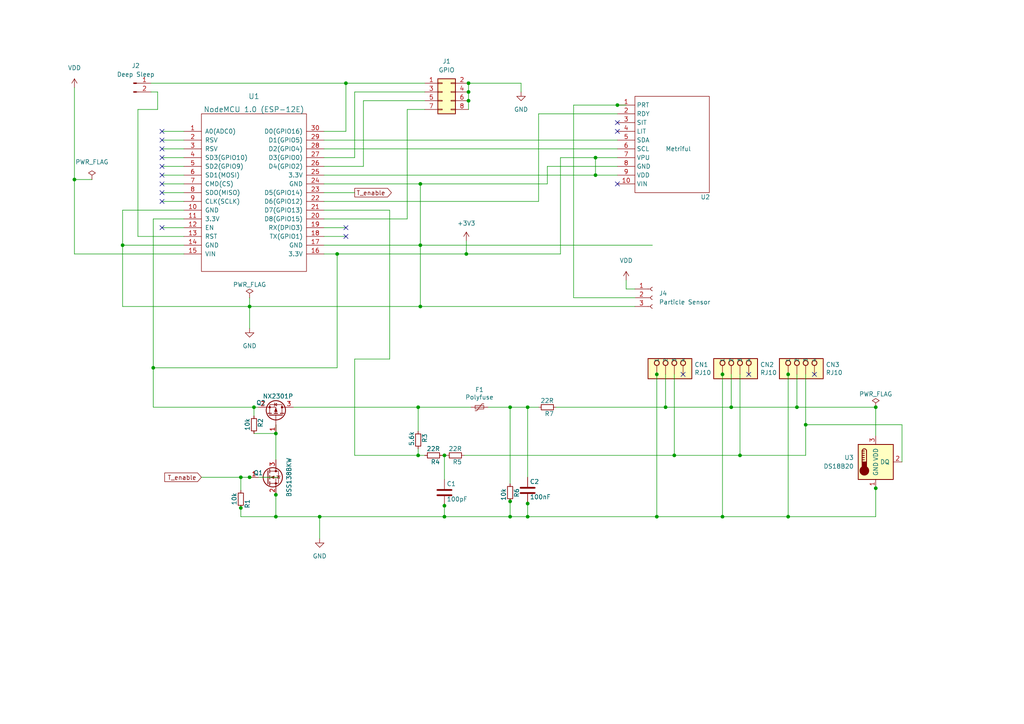
<source format=kicad_sch>
(kicad_sch (version 20230121) (generator eeschema)
  (paper "A4")
  (title_block (title "NodeMCU-Metriful") (company "Phluxus"))
  (lib_symbols
    (symbol "1wire-v0.4:Device_C" (pin_numbers hide) (pin_names (offset 0.254))
      (property "Reference" "C" (at 0.635 2.54 0))
      (property "Value" "Device_C" (at 0.635 -2.54 0))
      (symbol "Device_C_0_1"
        (polyline (pts (xy -2.032 -0.762) (xy 2.032 -0.762)) (stroke (width 0.508)))
        (polyline (pts (xy -2.032 0.762) (xy 2.032 0.762)) (stroke (width 0.508)))
      )
      (symbol "Device_C_1_1"
        (pin passive line (at 0 3.81 270) (length 2.794) (name "~") (number "1"))
        (pin passive line (at 0 -3.81 90) (length 2.794) (name "~") (number "2"))
      )
    )
    (symbol "1wire-v0.4:Device_Q_NMOS_GSD" (pin_names (offset 0) hide)
      (property "Reference" "Q" (at 5.08 1.27 0))
      (property "Value" "Device_Q_NMOS_GSD" (at 5.08 -1.27 0))
      (symbol "Device_Q_NMOS_GSD_0_1"
        (polyline (pts (xy 0.254 0) (xy -2.54 0)))
        (polyline (pts (xy 0.254 1.905) (xy 0.254 -1.905)) (stroke (width 0.254)))
        (polyline (pts (xy 0.762 -1.27) (xy 0.762 -2.286)) (stroke (width 0.254)))
        (polyline (pts (xy 0.762 0.508) (xy 0.762 -0.508)) (stroke (width 0.254)))
        (polyline (pts (xy 0.762 2.286) (xy 0.762 1.27)) (stroke (width 0.254)))
        (polyline (pts (xy 2.54 2.54) (xy 2.54 1.778)))
        (polyline (pts (xy 2.54 -2.54) (xy 2.54 0) (xy 0.762 0)))
        (polyline (pts (xy 0.762 -1.778) (xy 3.302 -1.778) (xy 3.302 1.778) (xy 0.762 1.778)))
        (polyline (pts (xy 1.016 0) (xy 2.032 0.381) (xy 2.032 -0.381) (xy 1.016 0)) (fill (type outline)))
        (polyline (pts (xy 2.794 0.508) (xy 2.921 0.381) (xy 3.683 0.381) (xy 3.81 0.254)))
        (polyline (pts (xy 3.302 0.381) (xy 2.921 -0.254) (xy 3.683 -0.254) (xy 3.302 0.381)))
        (circle (center 1.651 0) (radius 2.794) (stroke (width 0.254)))
        (circle (center 2.54 -1.778) (radius 0.254) (fill (type outline)))
        (circle (center 2.54 1.778) (radius 0.254) (fill (type outline)))
      )
      (symbol "Device_Q_NMOS_GSD_1_1"
        (pin input line (at -5.08 0 0) (length 2.54) (name "G") (number "1"))
        (pin passive line (at 2.54 -5.08 90) (length 2.54) (name "S") (number "2"))
        (pin passive line (at 2.54 5.08 270) (length 2.54) (name "D") (number "3"))
      )
    )
    (symbol "1wire-v0.4:Device_Q_PMOS_GSD" (pin_names (offset 0) hide)
      (property "Reference" "Q" (at 5.08 1.27 0))
      (property "Value" "Device_Q_PMOS_GSD" (at 5.08 -1.27 0))
      (symbol "Device_Q_PMOS_GSD_0_1"
        (polyline (pts (xy 0.254 0) (xy -2.54 0)))
        (polyline (pts (xy 0.254 1.905) (xy 0.254 -1.905)) (stroke (width 0.254)))
        (polyline (pts (xy 0.762 -1.27) (xy 0.762 -2.286)) (stroke (width 0.254)))
        (polyline (pts (xy 0.762 0.508) (xy 0.762 -0.508)) (stroke (width 0.254)))
        (polyline (pts (xy 0.762 2.286) (xy 0.762 1.27)) (stroke (width 0.254)))
        (polyline (pts (xy 2.54 2.54) (xy 2.54 1.778)))
        (polyline (pts (xy 2.54 -2.54) (xy 2.54 0) (xy 0.762 0)))
        (polyline (pts (xy 0.762 1.778) (xy 3.302 1.778) (xy 3.302 -1.778) (xy 0.762 -1.778)))
        (polyline (pts (xy 2.286 0) (xy 1.27 0.381) (xy 1.27 -0.381) (xy 2.286 0)) (fill (type outline)))
        (polyline (pts (xy 2.794 -0.508) (xy 2.921 -0.381) (xy 3.683 -0.381) (xy 3.81 -0.254)))
        (polyline (pts (xy 3.302 -0.381) (xy 2.921 0.254) (xy 3.683 0.254) (xy 3.302 -0.381)))
        (circle (center 1.651 0) (radius 2.794) (stroke (width 0.254)))
        (circle (center 2.54 -1.778) (radius 0.254) (fill (type outline)))
        (circle (center 2.54 1.778) (radius 0.254) (fill (type outline)))
      )
      (symbol "Device_Q_PMOS_GSD_1_1"
        (pin input line (at -5.08 0 0) (length 2.54) (name "G") (number "1"))
        (pin passive line (at 2.54 -5.08 90) (length 2.54) (name "S") (number "2"))
        (pin passive line (at 2.54 5.08 270) (length 2.54) (name "D") (number "3"))
      )
    )
    (symbol "1wire-v0.4:Device_R_Small" (pin_numbers hide) (pin_names (offset 0.254) hide)
      (property "Reference" "R" (at 0.762 0.508 0))
      (property "Value" "Device_R_Small" (at 0.762 -1.016 0))
      (symbol "Device_R_Small_0_1"
        (rectangle (start -0.762 1.778) (end 0.762 -1.778) (stroke (width 0.2032)))
      )
      (symbol "Device_R_Small_1_1"
        (pin passive line (at 0 2.54 270) (length 0.762) (name "~") (number "1"))
        (pin passive line (at 0 -2.54 90) (length 0.762) (name "~") (number "2"))
      )
    )
    (symbol "1wire-v0.4:Polyfuse_Small" (pin_numbers hide) (pin_names (offset 0))
      (property "Reference" "F" (at -1.905 0 90))
      (property "Value" "Polyfuse_Small" (at 1.905 0 90))
      (symbol "Polyfuse_Small_0_1"
        (rectangle (start -0.508 1.27) (end 0.508 -1.27))
        (polyline (pts (xy 0 2.54) (xy 0 -2.54)))
        (polyline (pts (xy -1.016 1.27) (xy -1.016 0.762) (xy 1.016 -0.762) (xy 1.016 -1.27)))
      )
      (symbol "Polyfuse_Small_1_1"
        (pin passive line (at 0 2.54 270) (length 0.635) (name "~") (number "1"))
        (pin passive line (at 0 -2.54 90) (length 0.635) (name "~") (number "2"))
      )
    )
    (symbol "1wire-v0.4:RJ10" (pin_numbers hide) (pin_names (offset 1.016))
      (property "Reference" "CN" (at -3.81 8.636 0))
      (property "Value" "RJ10" (at -3.81 -6.35 0))
      (symbol "RJ10_0_0"
        (rectangle (start -3.81 -5.08) (end 2.032 7.62) (stroke (width 0.254)) (fill (type background)))
        (circle (center 0.762 -2.54) (radius 0.7112) (stroke (width 0.254)))
        (circle (center 0.762 0) (radius 0.7112) (stroke (width 0.254)))
        (circle (center 0.762 2.54) (radius 0.7112) (stroke (width 0.254)))
        (circle (center 0.762 5.08) (radius 0.7112) (stroke (width 0.254)))
        (pin power_in line (at -2.54 -2.54 0) (length 2.54) (name "1") (number "1"))
        (pin power_in line (at -2.54 0 0) (length 2.54) (name "2") (number "2"))
        (pin bidirectional line (at -2.54 2.54 0) (length 2.54) (name "3") (number "3"))
        (pin bidirectional line (at -2.54 5.08 0) (length 2.54) (name "4") (number "4"))
      )
    )
    (symbol "Connector:Conn_01x02_Male" (pin_names (offset 1.016) hide)
      (property "Reference" "J" (at 0 2.54 0))
      (property "Value" "Conn_01x02_Male" (at 0 -5.08 0))
      (symbol "Conn_01x02_Male_1_1"
        (polyline (pts (xy 1.27 -2.54) (xy 0.8636 -2.54)) (stroke (width 0.1524)))
        (polyline (pts (xy 1.27 0) (xy 0.8636 0)) (stroke (width 0.1524)))
        (rectangle (start 0.8636 -2.413) (end 0 -2.667) (stroke (width 0.1524)) (fill (type outline)))
        (rectangle (start 0.8636 0.127) (end 0 -0.127) (stroke (width 0.1524)) (fill (type outline)))
        (pin passive line (at 5.08 0 180) (length 3.81) (name "Pin_1") (number "1"))
        (pin passive line (at 5.08 -2.54 180) (length 3.81) (name "Pin_2") (number "2"))
      )
    )
    (symbol "Connector:Conn_01x03_Female" (pin_names (offset 1.016) hide)
      (property "Reference" "J" (at 0 5.08 0))
      (property "Value" "Conn_01x03_Female" (at 0 -5.08 0))
      (symbol "Conn_01x03_Female_1_1"
        (arc (start 0 -2.032) (mid -0.5058 -2.54) (end 0 -3.048) (stroke (width 0.1524)))
        (polyline (pts (xy -1.27 -2.54) (xy -0.508 -2.54)) (stroke (width 0.1524)))
        (polyline (pts (xy -1.27 0) (xy -0.508 0)) (stroke (width 0.1524)))
        (polyline (pts (xy -1.27 2.54) (xy -0.508 2.54)) (stroke (width 0.1524)))
        (arc (start 0 0.508) (mid -0.5058 0) (end 0 -0.508) (stroke (width 0.1524)))
        (arc (start 0 3.048) (mid -0.5058 2.54) (end 0 2.032) (stroke (width 0.1524)))
        (pin passive line (at -5.08 2.54 0) (length 3.81) (name "Pin_1") (number "1"))
        (pin passive line (at -5.08 0 0) (length 3.81) (name "Pin_2") (number "2"))
        (pin passive line (at -5.08 -2.54 0) (length 3.81) (name "Pin_3") (number "3"))
      )
    )
    (symbol "Connector_Generic:Conn_02x04_Odd_Even" (pin_names (offset 1.016) hide)
      (property "Reference" "J1" (at 1.27 8.89 0))
      (property "Value" "GPIO" (at 1.27 6.35 0))
      (symbol "Conn_02x04_Odd_Even_1_1"
        (rectangle (start -1.27 -4.953) (end 0 -5.207) (stroke (width 0.1524)))
        (rectangle (start -1.27 -2.413) (end 0 -2.667) (stroke (width 0.1524)))
        (rectangle (start -1.27 0.127) (end 0 -0.127) (stroke (width 0.1524)))
        (rectangle (start -1.27 2.667) (end 0 2.413) (stroke (width 0.1524)))
        (rectangle (start -1.27 3.81) (end 3.81 -6.35) (stroke (width 0.254)) (fill (type background)))
        (rectangle (start 3.81 -4.953) (end 2.54 -5.207) (stroke (width 0.1524)))
        (rectangle (start 3.81 -2.413) (end 2.54 -2.667) (stroke (width 0.1524)))
        (rectangle (start 3.81 0.127) (end 2.54 -0.127) (stroke (width 0.1524)))
        (rectangle (start 3.81 2.667) (end 2.54 2.413) (stroke (width 0.1524)))
        (pin passive line (at -5.08 2.54 0) (length 3.81) (name "D0") (number "1"))
        (pin passive line (at 7.62 2.54 180) (length 3.81) (name "Pin_2") (number "2"))
        (pin passive line (at -5.08 0 0) (length 3.81) (name "D3") (number "3"))
        (pin passive line (at 7.62 0 180) (length 3.81) (name "Pin_4") (number "4"))
        (pin passive line (at -5.08 -2.54 0) (length 3.81) (name "D4") (number "5"))
        (pin passive line (at 7.62 -2.54 180) (length 3.81) (name "Pin_6") (number "6"))
        (pin passive line (at -5.08 -5.08 0) (length 3.81) (name "D8") (number "7"))
        (pin passive line (at 7.62 -5.08 180) (length 3.81) (name "Pin_8") (number "8"))
      )
    )
    (symbol "ESP8266:NodeMCU_1.0_(ESP-12E)" (pin_names (offset 1.016))
      (property "Reference" "U" (at 0 21.59 0))
      (property "Value" "NodeMCU_1.0_(ESP-12E)" (at 0 -21.59 0))
      (symbol "NodeMCU_1.0_(ESP-12E)_0_1"
        (rectangle (start -15.24 -22.86) (end 15.24 22.86))
      )
      (symbol "NodeMCU_1.0_(ESP-12E)_1_1"
        (pin input line (at -20.32 17.78 0) (length 5.08) (name "A0(ADC0)") (number "1"))
        (pin input line (at -20.32 -5.08 0) (length 5.08) (name "GND") (number "10"))
        (pin power_out line (at -20.32 -7.62 0) (length 5.08) (name "3.3V") (number "11"))
        (pin input line (at -20.32 -10.16 0) (length 5.08) (name "EN") (number "12"))
        (pin input line (at -20.32 -12.7 0) (length 5.08) (name "RST") (number "13"))
        (pin power_in line (at -20.32 -15.24 0) (length 5.08) (name "GND") (number "14"))
        (pin power_in line (at -20.32 -17.78 0) (length 5.08) (name "VIN") (number "15"))
        (pin passive line (at 20.32 -17.78 180) (length 5.08) (name "3.3V") (number "16"))
        (pin power_in line (at 20.32 -15.24 180) (length 5.08) (name "GND") (number "17"))
        (pin bidirectional line (at 20.32 -12.7 180) (length 5.08) (name "TX(GPIO1)") (number "18"))
        (pin bidirectional line (at 20.32 -10.16 180) (length 5.08) (name "RX(DPIO3)") (number "19"))
        (pin input line (at -20.32 15.24 0) (length 5.08) (name "RSV") (number "2"))
        (pin bidirectional line (at 20.32 -7.62 180) (length 5.08) (name "D8(GPIO15)") (number "20"))
        (pin bidirectional line (at 20.32 -5.08 180) (length 5.08) (name "D7(GPIO13)") (number "21"))
        (pin bidirectional line (at 20.32 -2.54 180) (length 5.08) (name "D6(GPIO12)") (number "22"))
        (pin bidirectional line (at 20.32 0 180) (length 5.08) (name "D5(GPIO14)") (number "23"))
        (pin power_in line (at 20.32 2.54 180) (length 5.08) (name "GND") (number "24"))
        (pin passive line (at 20.32 5.08 180) (length 5.08) (name "3.3V") (number "25"))
        (pin bidirectional line (at 20.32 7.62 180) (length 5.08) (name "D4(GPIO2)") (number "26"))
        (pin bidirectional line (at 20.32 10.16 180) (length 5.08) (name "D3(GPIO0)") (number "27"))
        (pin bidirectional line (at 20.32 12.7 180) (length 5.08) (name "D2(GPIO4)") (number "28"))
        (pin bidirectional line (at 20.32 15.24 180) (length 5.08) (name "D1(GPIO5)") (number "29"))
        (pin input line (at -20.32 12.7 0) (length 5.08) (name "RSV") (number "3"))
        (pin bidirectional line (at 20.32 17.78 180) (length 5.08) (name "D0(GPIO16)") (number "30"))
        (pin bidirectional line (at -20.32 10.16 0) (length 5.08) (name "SD3(GPIO10)") (number "4"))
        (pin bidirectional line (at -20.32 7.62 0) (length 5.08) (name "SD2(GPIO9)") (number "5"))
        (pin bidirectional line (at -20.32 5.08 0) (length 5.08) (name "SD1(MOSI)") (number "6"))
        (pin bidirectional line (at -20.32 2.54 0) (length 5.08) (name "CMD(CS)") (number "7"))
        (pin bidirectional line (at -20.32 0 0) (length 5.08) (name "SDO(MISO)") (number "8"))
        (pin bidirectional line (at -20.32 -2.54 0) (length 5.08) (name "CLK(SCLK)") (number "9"))
      )
    )
    (symbol "Sensor:Metriful-1"
      (property "Reference" "U" (at -10.16 16.51 0))
      (property "Value" "Metriful-1" (at 0.635 0 0))
      (symbol "Metriful-1_0_1"
        (rectangle (start -11.43 15.24) (end 10.16 -12.7))
      )
      (symbol "Metriful-1_1_1"
        (pin input line (at -16.51 12.7 0) (length 5.08) (name "PRT") (number "1"))
        (pin power_in line (at -16.51 -10.16 0) (length 5.08) (name "VIN") (number "10"))
        (pin output line (at -16.51 10.16 0) (length 5.08) (name "RDY") (number "2"))
        (pin output line (at -16.51 7.62 0) (length 5.08) (name "SIT") (number "3"))
        (pin output line (at -16.51 5.08 0) (length 5.08) (name "LIT") (number "4"))
        (pin bidirectional line (at -16.51 2.54 0) (length 5.08) (name "SDA") (number "5"))
        (pin output line (at -16.51 0 0) (length 5.08) (name "SCL") (number "6"))
        (pin input line (at -16.51 -2.54 0) (length 5.08) (name "VPU") (number "7"))
        (pin power_in line (at -16.51 -5.08 0) (length 5.08) (name "GND") (number "8"))
        (pin power_in line (at -16.51 -7.62 0) (length 5.08) (name "VDD") (number "9"))
      )
    )
    (symbol "Sensor_Temperature:DS18B20" (pin_names (offset 1.016))
      (property "Reference" "U" (at -3.81 6.35 0))
      (property "Value" "DS18B20" (at 6.35 6.35 0))
      (symbol "DS18B20_0_1"
        (rectangle (start -5.08 5.08) (end 5.08 -5.08) (stroke (width 0.254)) (fill (type background)))
        (circle (center -3.302 -2.54) (radius 1.27) (stroke (width 0.254)) (fill (type outline)))
        (rectangle (start -2.667 -1.905) (end -3.937 0) (stroke (width 0.254)) (fill (type outline)))
        (arc (start -2.667 3.175) (mid -3.302 3.8073) (end -3.937 3.175) (stroke (width 0.254)))
        (polyline (pts (xy -3.937 0.635) (xy -3.302 0.635)) (stroke (width 0.254)))
        (polyline (pts (xy -3.937 1.27) (xy -3.302 1.27)) (stroke (width 0.254)))
        (polyline (pts (xy -3.937 1.905) (xy -3.302 1.905)) (stroke (width 0.254)))
        (polyline (pts (xy -3.937 2.54) (xy -3.302 2.54)) (stroke (width 0.254)))
        (polyline (pts (xy -3.937 3.175) (xy -3.937 0)) (stroke (width 0.254)))
        (polyline (pts (xy -3.937 3.175) (xy -3.302 3.175)) (stroke (width 0.254)))
        (polyline (pts (xy -2.667 3.175) (xy -2.667 0)) (stroke (width 0.254)))
      )
      (symbol "DS18B20_1_1"
        (pin power_in line (at 0 -7.62 90) (length 2.54) (name "GND") (number "1"))
        (pin bidirectional line (at 7.62 0 180) (length 2.54) (name "DQ") (number "2"))
        (pin power_in line (at 0 7.62 270) (length 2.54) (name "VDD") (number "3"))
      )
    )
    (symbol "power:+3.3V" (power) (pin_names (offset 0))
      (property "Value" "+3.3V" (at 0 3.556 0))
      (symbol "+3.3V_0_1"
        (polyline (pts (xy -0.762 1.27) (xy 0 2.54)))
        (polyline (pts (xy 0 0) (xy 0 2.54)))
        (polyline (pts (xy 0 2.54) (xy 0.762 1.27)))
      )
      (symbol "+3.3V_1_1"
        (pin power_in line (at 0 0 90) (length 0) hide (name "+3V3") (number "1"))
      )
    )
    (symbol "power:GND" (power) (pin_names (offset 0))
      (property "Value" "GND" (at 0 -3.81 0))
      (symbol "GND_0_1"
        (polyline (pts (xy 0 0) (xy 0 -1.27) (xy 1.27 -1.27) (xy 0 -2.54) (xy -1.27 -1.27) (xy 0 -1.27)))
      )
      (symbol "GND_1_1"
        (pin power_in line (at 0 0 270) (length 0) hide (name "GND") (number "1"))
      )
    )
    (symbol "power:PWR_FLAG" (power) (pin_numbers hide) (pin_names (offset 0) hide)
      (property "Value" "PWR_FLAG" (at 0 3.81 0))
      (symbol "PWR_FLAG_0_0"
        (pin power_out line (at 0 0 90) (length 0) (name "pwr") (number "1"))
      )
      (symbol "PWR_FLAG_0_1"
        (polyline (pts (xy 0 0) (xy 0 1.27) (xy -1.016 1.905) (xy 0 2.54) (xy 1.016 1.905) (xy 0 1.27)))
      )
    )
    (symbol "power:VDD" (power) (pin_names (offset 0))
      (property "Value" "VDD" (at 0 3.81 0))
      (symbol "VDD_0_1"
        (polyline (pts (xy -0.762 1.27) (xy 0 2.54)))
        (polyline (pts (xy 0 0) (xy 0 2.54)))
        (polyline (pts (xy 0 2.54) (xy 0.762 1.27)))
      )
      (symbol "VDD_1_1"
        (pin power_in line (at 0 0 90) (length 0) hide (name "VDD") (number "1"))
      )
    )
  )
  (junction (at 121.92 53.34))
  (junction (at 92.71 149.86))
  (junction (at 121.285 118.11))
  (junction (at 228.6 108.585))
  (junction (at 228.6 149.86))
  (junction (at 128.905 132.08))
  (junction (at 73.66 118.11))
  (junction (at 121.92 88.9))
  (junction (at 21.59 52.07))
  (junction (at 80.01 149.86))
  (junction (at 179.07 30.48))
  (junction (at 128.905 146.685))
  (junction (at 135.255 73.66))
  (junction (at 147.955 149.86))
  (junction (at 147.955 118.11))
  (junction (at 80.01 143.51))
  (junction (at 121.92 71.12))
  (junction (at 97.79 73.66))
  (junction (at 233.68 123.19))
  (junction (at 193.04 118.11))
  (junction (at 153.035 146.05))
  (junction (at 44.45 106.68))
  (junction (at 69.85 147.32))
  (junction (at 172.72 45.72))
  (junction (at 72.39 88.9))
  (junction (at 135.89 26.67))
  (junction (at 128.905 149.86))
  (junction (at 135.89 29.21))
  (junction (at 190.5 149.86))
  (junction (at 172.72 50.8))
  (junction (at 147.955 145.415))
  (junction (at 35.56 71.12))
  (junction (at 190.5 108.585))
  (junction (at 212.09 118.11))
  (junction (at 69.85 138.43))
  (junction (at 254 141.605))
  (junction (at 135.89 24.13))
  (junction (at 100.33 24.13))
  (junction (at 214.63 132.08))
  (junction (at 254 118.11))
  (junction (at 209.55 149.86))
  (junction (at 195.58 132.08))
  (junction (at 72.39 138.43))
  (junction (at 209.55 108.585))
  (junction (at 153.035 149.86))
  (junction (at 153.035 118.11))
  (junction (at 80.01 125.73))
  (junction (at 231.14 118.11))
  (junction (at 121.285 132.08))
  (no_connect (at 236.22 108.585))
  (no_connect (at 179.07 35.56))
  (no_connect (at 179.07 38.1))
  (no_connect (at 179.07 53.34))
  (no_connect (at 100.33 66.04))
  (no_connect (at 100.33 68.58))
  (no_connect (at 46.99 53.34))
  (no_connect (at 46.99 55.88))
  (no_connect (at 46.99 45.72))
  (no_connect (at 46.99 48.26))
  (no_connect (at 46.99 50.8))
  (no_connect (at 46.99 38.1))
  (no_connect (at 46.99 40.64))
  (no_connect (at 46.99 43.18))
  (no_connect (at 46.99 58.42))
  (no_connect (at 46.99 66.04))
  (no_connect (at 217.17 108.585))
  (no_connect (at 198.12 108.585))
  (wire (pts (xy 105.41 29.21) (xy 123.19 29.21)))
  (wire (pts (xy 69.85 138.43) (xy 72.39 138.43)))
  (wire (pts (xy 73.66 125.73) (xy 80.01 125.73)))
  (wire (pts (xy 69.85 147.32) (xy 69.85 149.86)))
  (wire (pts (xy 69.85 146.685) (xy 69.85 147.32)))
  (wire (pts (xy 80.01 143.51) (xy 80.01 149.86)))
  (wire (pts (xy 193.04 108.585) (xy 193.04 118.11)))
  (wire (pts (xy 80.01 123.19) (xy 80.01 125.73)))
  (wire (pts (xy 231.14 108.585) (xy 231.14 118.11)))
  (wire (pts (xy 123.19 26.67) (xy 102.87 26.67)))
  (wire (pts (xy 172.72 45.72) (xy 162.56 45.72)))
  (wire (pts (xy 85.09 118.11) (xy 121.285 118.11)))
  (wire (pts (xy 93.98 66.04) (xy 100.33 66.04)))
  (wire (pts (xy 121.92 88.9) (xy 184.15 88.9)))
  (wire (pts (xy 93.98 43.18) (xy 179.07 43.18)))
  (wire (pts (xy 40.005 31.75) (xy 40.005 68.58)))
  (wire (pts (xy 93.98 38.1) (xy 100.33 38.1)))
  (wire (pts (xy 46.99 45.72) (xy 53.34 45.72)))
  (wire (pts (xy 135.89 24.13) (xy 135.89 26.67)))
  (wire (pts (xy 141.605 118.11) (xy 147.955 118.11)))
  (wire (pts (xy 97.79 106.68) (xy 44.45 106.68)))
  (wire (pts (xy 46.99 43.18) (xy 53.34 43.18)))
  (wire (pts (xy 97.79 73.66) (xy 135.255 73.66)))
  (wire (pts (xy 93.98 63.5) (xy 118.11 63.5)))
  (wire (pts (xy 135.255 73.66) (xy 162.56 73.66)))
  (wire (pts (xy 93.98 60.96) (xy 113.03 60.96)))
  (wire (pts (xy 102.87 45.72) (xy 93.98 45.72)))
  (wire (pts (xy 254 118.11) (xy 254 126.365)))
  (wire (pts (xy 44.45 106.68) (xy 44.45 118.11)))
  (wire (pts (xy 128.905 139.065) (xy 128.905 132.08)))
  (wire (pts (xy 102.87 26.67) (xy 102.87 45.72)))
  (wire (pts (xy 73.66 118.11) (xy 74.93 118.11)))
  (wire (pts (xy 147.955 149.86) (xy 153.035 149.86)))
  (wire (pts (xy 134.62 132.08) (xy 195.58 132.08)))
  (wire (pts (xy 43.815 26.67) (xy 45.72 26.67)))
  (wire (pts (xy 46.99 40.64) (xy 53.34 40.64)))
  (wire (pts (xy 123.19 24.13) (xy 100.33 24.13)))
  (wire (pts (xy 45.72 26.67) (xy 45.72 31.75)))
  (wire (pts (xy 80.645 138.43) (xy 72.39 138.43)))
  (wire (pts (xy 233.68 123.19) (xy 261.62 123.19)))
  (wire (pts (xy 118.11 31.75) (xy 118.11 63.5)))
  (wire (pts (xy 158.75 53.34) (xy 158.75 48.26)))
  (wire (pts (xy 46.99 66.04) (xy 53.34 66.04)))
  (wire (pts (xy 228.6 108.585) (xy 228.6 149.86)))
  (wire (pts (xy 121.285 132.08) (xy 123.19 132.08)))
  (wire (pts (xy 179.07 30.48) (xy 166.37 30.48)))
  (wire (pts (xy 128.905 146.685) (xy 128.905 149.86)))
  (wire (pts (xy 53.34 60.96) (xy 35.56 60.96)))
  (wire (pts (xy 113.03 104.14) (xy 102.87 104.14)))
  (wire (pts (xy 209.55 107.95) (xy 209.55 108.585)))
  (wire (pts (xy 135.89 29.21) (xy 135.89 31.75)))
  (wire (pts (xy 190.5 107.95) (xy 190.5 108.585)))
  (wire (pts (xy 158.75 48.26) (xy 179.07 48.26)))
  (wire (pts (xy 193.04 118.11) (xy 212.09 118.11)))
  (wire (pts (xy 93.98 40.64) (xy 179.07 40.64)))
  (wire (pts (xy 44.45 63.5) (xy 53.34 63.5)))
  (wire (pts (xy 100.33 24.13) (xy 100.33 38.1)))
  (wire (pts (xy 233.68 108.585) (xy 233.68 123.19)))
  (wire (pts (xy 172.72 45.72) (xy 172.72 50.8)))
  (wire (pts (xy 153.035 118.11) (xy 156.21 118.11)))
  (wire (pts (xy 166.37 30.48) (xy 166.37 86.36)))
  (wire (pts (xy 179.07 33.02) (xy 156.21 33.02)))
  (wire (pts (xy 147.955 140.335) (xy 147.955 118.11)))
  (wire (pts (xy 72.39 88.9) (xy 72.39 95.25)))
  (wire (pts (xy 209.55 149.86) (xy 228.6 149.86)))
  (wire (pts (xy 69.85 149.86) (xy 80.01 149.86)))
  (wire (pts (xy 93.98 68.58) (xy 100.33 68.58)))
  (wire (pts (xy 189.23 71.12) (xy 121.92 71.12)))
  (wire (pts (xy 46.99 53.34) (xy 53.34 53.34)))
  (wire (pts (xy 43.815 24.13) (xy 100.33 24.13)))
  (wire (pts (xy 121.92 53.34) (xy 121.92 71.12)))
  (wire (pts (xy 45.72 31.75) (xy 40.005 31.75)))
  (wire (pts (xy 80.01 149.86) (xy 92.71 149.86)))
  (wire (pts (xy 35.56 71.12) (xy 35.56 88.9)))
  (wire (pts (xy 254 140.97) (xy 254 141.605)))
  (wire (pts (xy 190.5 149.86) (xy 209.55 149.86)))
  (wire (pts (xy 21.59 52.07) (xy 21.59 73.66)))
  (wire (pts (xy 190.5 108.585) (xy 190.5 149.86)))
  (wire (pts (xy 44.45 63.5) (xy 44.45 106.68)))
  (wire (pts (xy 153.035 149.86) (xy 190.5 149.86)))
  (wire (pts (xy 58.42 138.43) (xy 69.85 138.43)))
  (wire (pts (xy 121.92 53.34) (xy 158.75 53.34)))
  (wire (pts (xy 121.285 118.11) (xy 121.285 125.095)))
  (wire (pts (xy 147.955 145.415) (xy 147.955 149.86)))
  (wire (pts (xy 72.39 86.36) (xy 72.39 88.9)))
  (wire (pts (xy 72.39 88.9) (xy 121.92 88.9)))
  (wire (pts (xy 166.37 86.36) (xy 184.15 86.36)))
  (wire (pts (xy 162.56 45.72) (xy 162.56 73.66)))
  (wire (pts (xy 172.72 50.8) (xy 179.07 50.8)))
  (wire (pts (xy 153.035 146.05) (xy 153.035 149.86)))
  (wire (pts (xy 93.98 50.8) (xy 172.72 50.8)))
  (wire (pts (xy 102.87 132.08) (xy 121.285 132.08)))
  (wire (pts (xy 195.58 108.585) (xy 195.58 132.08)))
  (wire (pts (xy 69.85 138.43) (xy 69.85 142.24)))
  (wire (pts (xy 128.905 149.86) (xy 147.955 149.86)))
  (wire (pts (xy 93.98 53.34) (xy 121.92 53.34)))
  (wire (pts (xy 179.07 45.72) (xy 172.72 45.72)))
  (wire (pts (xy 102.87 104.14) (xy 102.87 132.08)))
  (wire (pts (xy 35.56 71.12) (xy 53.34 71.12)))
  (wire (pts (xy 46.99 38.1) (xy 53.34 38.1)))
  (wire (pts (xy 147.955 144.78) (xy 147.955 145.415)))
  (wire (pts (xy 93.98 58.42) (xy 156.21 58.42)))
  (wire (pts (xy 93.98 48.26) (xy 105.41 48.26)))
  (wire (pts (xy 128.905 146.05) (xy 128.905 146.685)))
  (wire (pts (xy 73.66 120.65) (xy 73.66 118.11)))
  (wire (pts (xy 92.71 149.86) (xy 92.71 156.21)))
  (wire (pts (xy 135.255 69.85) (xy 135.255 73.66)))
  (wire (pts (xy 46.99 50.8) (xy 53.34 50.8)))
  (wire (pts (xy 151.13 26.67) (xy 151.13 24.13)))
  (wire (pts (xy 123.19 31.75) (xy 118.11 31.75)))
  (wire (pts (xy 233.68 123.19) (xy 233.68 132.08)))
  (wire (pts (xy 97.79 73.66) (xy 97.79 106.68)))
  (wire (pts (xy 153.035 145.415) (xy 153.035 146.05)))
  (wire (pts (xy 209.55 108.585) (xy 209.55 149.86)))
  (wire (pts (xy 214.63 132.08) (xy 233.68 132.08)))
  (wire (pts (xy 254 118.11) (xy 231.14 118.11)))
  (wire (pts (xy 21.59 25.4) (xy 21.59 52.07)))
  (wire (pts (xy 181.61 83.82) (xy 184.15 83.82)))
  (wire (pts (xy 46.99 58.42) (xy 53.34 58.42)))
  (wire (pts (xy 151.13 24.13) (xy 135.89 24.13)))
  (wire (pts (xy 212.09 108.585) (xy 212.09 118.11)))
  (wire (pts (xy 195.58 132.08) (xy 214.63 132.08)))
  (wire (pts (xy 93.98 73.66) (xy 97.79 73.66)))
  (wire (pts (xy 80.01 125.73) (xy 80.01 133.35)))
  (wire (pts (xy 105.41 48.26) (xy 105.41 29.21)))
  (wire (pts (xy 93.98 71.12) (xy 121.92 71.12)))
  (wire (pts (xy 228.6 107.95) (xy 228.6 108.585)))
  (wire (pts (xy 147.955 118.11) (xy 153.035 118.11)))
  (wire (pts (xy 40.005 68.58) (xy 53.34 68.58)))
  (wire (pts (xy 21.59 52.07) (xy 26.67 52.07)))
  (wire (pts (xy 156.21 33.02) (xy 156.21 58.42)))
  (wire (pts (xy 179.07 30.48) (xy 181.61 30.48)))
  (wire (pts (xy 181.61 81.28) (xy 181.61 83.82)))
  (wire (pts (xy 121.92 71.12) (xy 121.92 88.9)))
  (wire (pts (xy 113.03 60.96) (xy 113.03 104.14)))
  (wire (pts (xy 46.99 55.88) (xy 53.34 55.88)))
  (wire (pts (xy 261.62 123.19) (xy 261.62 133.985)))
  (wire (pts (xy 44.45 118.11) (xy 73.66 118.11)))
  (wire (pts (xy 93.98 55.88) (xy 102.87 55.88)))
  (wire (pts (xy 129.54 132.08) (xy 128.905 132.08)))
  (wire (pts (xy 46.99 48.26) (xy 53.34 48.26)))
  (wire (pts (xy 35.56 88.9) (xy 72.39 88.9)))
  (wire (pts (xy 35.56 60.96) (xy 35.56 71.12)))
  (wire (pts (xy 135.89 26.67) (xy 135.89 29.21)))
  (wire (pts (xy 161.29 118.11) (xy 193.04 118.11)))
  (wire (pts (xy 214.63 108.585) (xy 214.63 132.08)))
  (wire (pts (xy 21.59 73.66) (xy 53.34 73.66)))
  (wire (pts (xy 80.01 142.875) (xy 80.01 143.51)))
  (wire (pts (xy 212.09 118.11) (xy 231.14 118.11)))
  (wire (pts (xy 128.27 132.08) (xy 128.905 132.08)))
  (wire (pts (xy 121.285 130.175) (xy 121.285 132.08)))
  (wire (pts (xy 254 141.605) (xy 254 149.86)))
  (wire (pts (xy 254 149.86) (xy 228.6 149.86)))
  (wire (pts (xy 121.285 118.11) (xy 136.525 118.11)))
  (wire (pts (xy 92.71 149.86) (xy 128.905 149.86)))
  (wire (pts (xy 153.035 138.43) (xy 153.035 118.11)))
  (global_label "T_enable" (shape input) (at 58.42 138.43 180) (property "Intersheetrefs" "${INTERSHEET_REFS}" (effects hide)))
  (global_label "T_enable" (shape output) (at 102.87 55.88 0) (property "Intersheetrefs" "${INTERSHEET_REFS}" (effects hide)))
  (symbol (lib_id "power:GND") (at 151.13 26.67 0) (unit 1)
    (property "Reference" "#PWR03" (effects hide))
    (property "Value" "GND" (at 151.13 31.75 0))
  )
  (symbol (lib_id "power:PWR_FLAG") (at 254 118.11 0) (unit 1)
    (property "Reference" "#FLG0103" (effects hide))
    (property "Value" "PWR_FLAG" (at 254 114.3 0))
  )
  (symbol (lib_id "1wire-v0.4:Device_R_Small") (at 69.85 144.78 180) (unit 1)
    (property "Reference" "R1" (at 71.755 144.78 90) (effects (justify left)))
    (property "Value" "10k" (at 67.945 142.875 90) (effects (justify left)))
    (property "Footprint" "Resistor_SMD:R_0805_2012Metric_Pad1.20x1.40mm_HandSolder" (effects hide))
  )
  (symbol (lib_id "1wire-v0.4:Device_Q_NMOS_GSD") (at 77.47 138.43 0) (unit 1)
    (property "Reference" "Q1" (at 74.93 137.16 0))
    (property "Value" "BSS138BKW" (at 83.82 138.43 90))
    (property "Footprint" "Package_TO_SOT_SMD:SOT-323_SC-70_Handsoldering" (effects hide))
  )
  (symbol (lib_id "1wire-v0.4:Device_Q_PMOS_GSD") (at 80.01 120.65 270) (mirror x) (unit 1)
    (property "Reference" "Q2" (at 74.295 116.84 90) (effects (justify left)))
    (property "Value" "NX2301P" (at 76.2 114.935 90) (effects (justify left)))
    (property "Footprint" "1wire-v0.4:SOT-23-3" (effects hide))
  )
  (symbol (lib_id "power:+3.3V") (at 135.255 69.85 0) (unit 1)
    (property "Reference" "#PWR0101" (effects hide))
    (property "Value" "+3.3V" (at 135.255 64.77 0))
  )
  (symbol (lib_id "ESP8266:NodeMCU_1.0_(ESP-12E)") (at 73.66 55.88 0) (unit 1)
    (property "Reference" "U1" (at 73.66 27.94 0) (effects (font (size 1.524 1.524))))
    (property "Value" "NodeMCU 1.0 (ESP-12E)" (at 73.66 31.75 0) (effects (font (size 1.524 1.524))))
    (property "Footprint" "NodeMCU:NodeMCU_0.1_Axel" (effects hide))
  )
  (symbol (lib_id "Sensor:Metriful-1") (at 195.58 43.18 0) (unit 1)
    (property "Reference" "U2" (at 203.2 57.15 0) (effects (justify left)))
    (property "Value" "Metriful" (at 193.04 43.18 0) (effects (justify left)))
    (property "Footprint" "Sensor:Metriful-1" (effects hide))
  )
  (symbol (lib_id "1wire-v0.4:Device_R_Small") (at 147.955 142.875 180) (unit 1)
    (property "Reference" "R6" (at 149.86 141.605 90) (effects (justify left)))
    (property "Value" "10k" (at 146.05 141.605 90) (effects (justify left)))
    (property "Footprint" "Resistor_SMD:R_0805_2012Metric_Pad1.20x1.40mm_HandSolder" (effects hide))
  )
  (symbol (lib_id "power:VDD") (at 21.59 25.4 0) (unit 1)
    (property "Reference" "#PWR0103" (effects hide))
    (property "Value" "VDD" (at 21.59 19.685 0))
  )
  (symbol (lib_id "1wire-v0.4:RJ10") (at 193.04 106.045 270) (mirror x) (unit 1)
    (property "Reference" "CN1" (at 201.422 105.7656 90) (effects (justify left)))
    (property "Value" "RJ10" (at 201.422 108.077 90) (effects (justify left)))
    (property "Footprint" "1wire-v0.4:rj10" (effects hide))
  )
  (symbol (lib_id "1wire-v0.4:Device_R_Small") (at 73.66 123.19 180) (unit 1)
    (property "Reference" "R2" (at 75.565 121.285 90) (effects (justify left)))
    (property "Value" "10k" (at 71.755 121.285 90) (effects (justify left)))
    (property "Footprint" "Resistor_SMD:R_0805_2012Metric_Pad1.20x1.40mm_HandSolder" (effects hide))
  )
  (symbol (lib_id "1wire-v0.4:RJ10") (at 212.09 106.045 270) (mirror x) (unit 1)
    (property "Reference" "CN2" (at 220.472 105.7656 90) (effects (justify left)))
    (property "Value" "RJ10" (at 220.472 108.077 90) (effects (justify left)))
    (property "Footprint" "1wire-v0.4:rj10" (effects hide))
  )
  (symbol (lib_id "1wire-v0.4:Device_C") (at 128.905 142.875 0) (unit 1)
    (property "Reference" "C1" (at 129.54 140.335 0) (effects (justify left)))
    (property "Value" "100pF" (at 129.54 144.78 0) (effects (justify left)))
    (property "Footprint" "Capacitor_SMD:C_0805_2012Metric_Pad1.18x1.45mm_HandSolder" (effects hide))
  )
  (symbol (lib_id "1wire-v0.4:RJ10") (at 231.14 106.045 270) (mirror x) (unit 1)
    (property "Reference" "CN3" (at 239.522 105.7656 90) (effects (justify left)))
    (property "Value" "RJ10" (at 239.522 108.077 90) (effects (justify left)))
    (property "Footprint" "1wire-v0.4:rj10" (effects hide))
  )
  (symbol (lib_id "Connector:Conn_01x03_Female") (at 189.23 86.36 0) (unit 1)
    (property "Reference" "J4" (at 191.135 85.0899 0) (effects (justify left)))
    (property "Value" "Particle Sensor" (at 191.135 87.6299 0) (effects (justify left)))
    (property "Footprint" "Connector_JST:JST_PH_B3B-PH-K_1x03_P2.00mm_Vertical" (effects hide))
  )
  (symbol (lib_id "1wire-v0.4:Device_C") (at 153.035 142.24 0) (unit 1)
    (property "Reference" "C2" (at 153.67 139.7 0) (effects (justify left)))
    (property "Value" "100nF" (at 153.67 144.145 0) (effects (justify left)))
    (property "Footprint" "Capacitor_SMD:C_0805_2012Metric" (effects hide))
  )
  (symbol (lib_id "power:VDD") (at 181.61 81.28 0) (unit 1)
    (property "Reference" "#PWR04" (effects hide))
    (property "Value" "VDD" (at 181.61 75.565 0))
  )
  (symbol (lib_id "1wire-v0.4:Polyfuse_Small") (at 139.065 118.11 270) (unit 1)
    (property "Reference" "F1" (at 139.065 113.03 90))
    (property "Value" "Polyfuse" (at 139.065 115.2144 90))
    (property "Footprint" "Fuse:Fuse_1210_3225Metric_Pad1.42x2.65mm_HandSolder" (effects hide))
  )
  (symbol (lib_id "1wire-v0.4:Device_R_Small") (at 125.73 132.08 90) (unit 1)
    (property "Reference" "R4" (at 127.635 133.985 90) (effects (justify left)))
    (property "Value" "22R" (at 127.635 130.175 90) (effects (justify left)))
    (property "Footprint" "Resistor_SMD:R_0805_2012Metric_Pad1.20x1.40mm_HandSolder" (effects hide))
  )
  (symbol (lib_id "1wire-v0.4:Device_R_Small") (at 121.285 127.635 180) (unit 1)
    (property "Reference" "R3" (at 123.19 125.73 90) (effects (justify left)))
    (property "Value" "5.6k" (at 119.38 125.095 90) (effects (justify left)))
    (property "Footprint" "Resistor_SMD:R_0805_2012Metric_Pad1.20x1.40mm_HandSolder" (effects hide))
  )
  (symbol (lib_id "power:PWR_FLAG") (at 26.67 52.07 0) (unit 1)
    (property "Reference" "#FLG0101" (effects hide))
    (property "Value" "PWR_FLAG" (at 26.67 46.99 0))
  )
  (symbol (lib_id "1wire-v0.4:Device_R_Small") (at 158.75 118.11 90) (unit 1)
    (property "Reference" "R7" (at 160.655 120.015 90) (effects (justify left)))
    (property "Value" "22R" (at 160.655 116.205 90) (effects (justify left)))
    (property "Footprint" "Resistor_SMD:R_0805_2012Metric_Pad1.20x1.40mm_HandSolder" (effects hide))
  )
  (symbol (lib_id "1wire-v0.4:Device_R_Small") (at 132.08 132.08 90) (unit 1)
    (property "Reference" "R5" (at 133.985 133.985 90) (effects (justify left)))
    (property "Value" "22R" (at 133.985 130.175 90) (effects (justify left)))
    (property "Footprint" "Resistor_SMD:R_0805_2012Metric_Pad1.20x1.40mm_HandSolder" (effects hide))
  )
  (symbol (lib_id "Connector_Generic:Conn_02x04_Odd_Even") (at 128.27 26.67 0) (unit 1)
    (property "Reference" "J1" (at 129.54 17.78 0))
    (property "Value" "GPIO" (at 129.54 20.32 0))
    (property "Footprint" "Connector_PinHeader_2.54mm:PinHeader_2x04_P2.54mm_Vertical" (effects hide))
  )
  (symbol (lib_id "power:GND") (at 92.71 156.21 0) (unit 1)
    (property "Reference" "#PWR02" (effects hide))
    (property "Value" "GND" (at 92.71 161.29 0))
  )
  (symbol (lib_id "Sensor_Temperature:DS18B20") (at 254 133.985 0) (unit 1)
    (property "Reference" "U3" (at 247.65 132.7149 0) (effects (justify right)))
    (property "Value" "DS18B20" (at 247.65 135.2549 0) (effects (justify right)))
    (property "Footprint" "Package_TO_SOT_THT:TO-92_Inline" (effects hide))
    (property "Datasheet" "http://datasheets.maximintegrated.com/en/ds/DS18B20.pdf" (effects hide))
  )
  (symbol (lib_id "power:PWR_FLAG") (at 72.39 86.36 0) (unit 1)
    (property "Reference" "#FLG0102" (effects hide))
    (property "Value" "PWR_FLAG" (at 72.39 82.55 0))
  )
  (symbol (lib_id "power:GND") (at 72.39 95.25 0) (unit 1)
    (property "Reference" "#PWR01" (effects hide))
    (property "Value" "GND" (at 72.39 100.33 0))
  )
  (symbol (lib_id "Connector:Conn_01x02_Male") (at 38.735 24.13 0) (unit 1)
    (property "Reference" "J2" (at 39.37 19.05 0))
    (property "Value" "Deep Sleep" (at 39.37 21.59 0))
    (property "Footprint" "Connector_PinHeader_2.54mm:PinHeader_1x02_P2.54mm_Vertical" (effects hide))
  )
)
</source>
